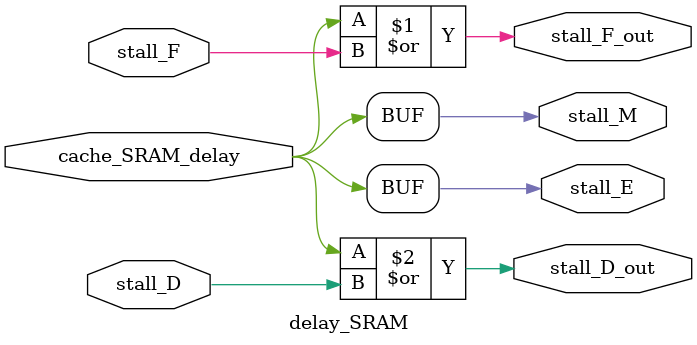
<source format=sv>

module forwarding (
	input logic RegWriteE, RegWriteM, RegWriteW, forwarding_disable_rs_D, MemToReg_M, jump_enable_D,
	input logic [4:0] rsD, rtD, WriteRegE, WriteRegM, WriteRegW, 
	output logic [1:0] ForwardAD, ForwardBD, branchstall
	);
	
	logic bstall1, bstall2;	
	always_comb begin
	if ((rsD == WriteRegE) & RegWriteE & (~forwarding_disable_rs_D))
		ForwardAD = 2'b11;
	else if((rsD == WriteRegM) & RegWriteM & (~forwarding_disable_rs_D)) 
		ForwardAD = 2'b10;
	else if((rsD == WriteRegW) & RegWriteW & (~forwarding_disable_rs_D)) 
		ForwardAD = 2'b01;
	else
		ForwardAD = 2'b00;
	end
	
	always_comb begin
	if ((rtD == WriteRegE) & RegWriteE)
		ForwardBD = 2'b11;
	else if((rtD == WriteRegM) & RegWriteM) 
		ForwardBD = 2'b10;
	else if((rtD == WriteRegW) & RegWriteW) 
		ForwardBD = 2'b01;
	else
		ForwardBD = 2'b00;
	end
	
	//assign bstall1 = RegWriteE & ((WriteRegE == rsD) | (WriteRegE == rtD));
	assign bstall2 = MemToReg_M & ((WriteRegM == rsD) | (WriteRegM == rtD));
	
	assign branchstall = jump_enable_D & bstall2;
	
endmodule

/*module check3 (
	input logic RegWriteW, forwarding_disable_rs_D,
	input logic [3:0] rsD, rtD, WriteRegW,
	output logic [1:0] ForwardAD, ForwardBD
	);
	
	always_comb begin
	if((rsD == WriteRegW) & RegWriteW & ~(forwarding_disable_rs_D)) 
		ForwardAD = 1'b1;
	else 
		ForwardAD = 1'b0;
	end
	
	always_comb begin
	if((rtD == WriteRegW) & RegWriteW) 
		ForwardBD = 1'b1;
	else 
		ForwardBD = 1'b0;
	end
endmodule*/
	
module memory_load (
	input logic [4:0] rs_D, rt_D, rt_E, input logic MemToReg_E, branchstall,
	output logic StallF, StallD, FlushE
	);
	
	logic lwstall;
	assign lwstall = ((rs_D == rt_E) | (rt_D == rt_E)) & MemToReg_E;
	assign StallF = lwstall | branchstall;
	assign StallD = StallF ;
	assign FlushE = StallF ;

endmodule

/*module branch_hazard(
	input logic RegWriteM, RegWriteE, MemToReg_M, jump_enable_D,
	input logic [3:0] rs_D, rt_D, WriteRegE, WriteRegM,
	output logic ForwardAD_branch, ForwardBD_branch, branchstall
);
	logic bstall1, bstall2;
	
	assign ForwardAD_branch = (rs_D == WriteRegM) & RegWriteM;
	assign ForwardBD_branch = (rt_D == WriteRegM) & RegWriteM;
	
	assign bstall1 = RegWriteE & ((WriteRegE == rs_D) | (WriteRegE == rt_D));
	assign bstall2 = MemToReg_M & ((WriteRegM == rs_D) | (WriteRegM == rt_D));
	
	assign branchstall = jump_enable_D & (bstall1 | bstall2);

endmodule*/

module delay_SRAM (
	input cache_SRAM_delay, stall_F, stall_D,  
	output logic stall_F_out, stall_D_out, stall_E, stall_M
	);
	assign stall_F_out = cache_SRAM_delay | stall_F;
	assign stall_D_out = cache_SRAM_delay | stall_D;
	assign stall_E = cache_SRAM_delay;
	assign stall_M = cache_SRAM_delay;
	
endmodule
	


</source>
